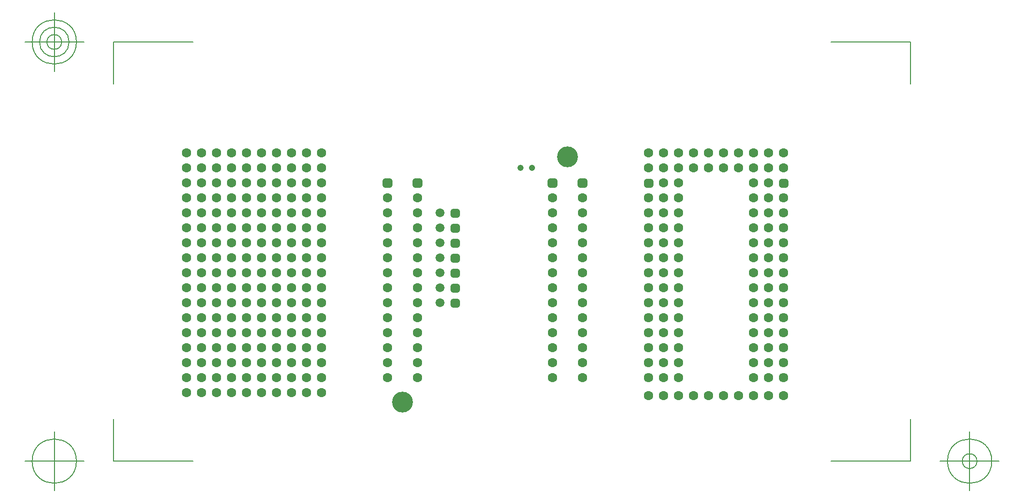
<source format=gbr>
G04 Generated by Ultiboard 11.0 *
%FSLAX25Y25*%
%MOIN*%

%ADD10C,0.00500*%
%ADD11R,0.02382X0.02382*%
%ADD12C,0.03917*%
%ADD13C,0.06299*%
%ADD14C,0.13920*%
%ADD15R,0.02500X0.02500*%
%ADD16C,0.03500*%
%ADD17C,0.06334*%
%ADD18R,0.02406X0.02406*%
%ADD19C,0.05906*%
%ADD20C,0.04156*%


G04 ColorRGB 9900CC for the following layer *
%LNSolder Mask Bottom*%
%LPD*%
%FSLAX25Y25*%
%MOIN*%
G54D10*
X-202756Y-185630D02*
X-202756Y-157657D01*
X-202756Y-185630D02*
X-149606Y-185630D01*
X328740Y-185630D02*
X275591Y-185630D01*
X328740Y-185630D02*
X328740Y-157657D01*
X328740Y94094D02*
X328740Y66122D01*
X328740Y94094D02*
X275591Y94094D01*
X-202756Y94094D02*
X-149606Y94094D01*
X-202756Y94094D02*
X-202756Y66122D01*
X-222441Y-185630D02*
X-261811Y-185630D01*
X-242126Y-205315D02*
X-242126Y-165945D01*
X-256890Y-185630D02*
G75*
D01*
G02X-256890Y-185630I14764J0*
G01*
X348425Y-185630D02*
X387795Y-185630D01*
X368110Y-205315D02*
X368110Y-165945D01*
X353346Y-185630D02*
G75*
D01*
G02X353346Y-185630I14764J0*
G01*
X363189Y-185630D02*
G75*
D01*
G02X363189Y-185630I4921J0*
G01*
X-222441Y94094D02*
X-261811Y94094D01*
X-242126Y74409D02*
X-242126Y113780D01*
X-256890Y94094D02*
G75*
D01*
G02X-256890Y94094I14764J0*
G01*
X-251969Y94094D02*
G75*
D01*
G02X-251969Y94094I9843J0*
G01*
X-247047Y94094D02*
G75*
D01*
G02X-247047Y94094I4921J0*
G01*
G54D11*
X0Y0D03*
X-20000Y0D03*
X110000Y0D03*
X90000Y0D03*
G54D12*
X-1191Y-1191D02*
X1191Y-1191D01*
X1191Y1191D01*
X-1191Y1191D01*
X-1191Y-1191D01*D02*
X-21191Y-1191D02*
X-18809Y-1191D01*
X-18809Y1191D01*
X-21191Y1191D01*
X-21191Y-1191D01*D02*
X108809Y-1191D02*
X111191Y-1191D01*
X111191Y1191D01*
X108809Y1191D01*
X108809Y-1191D01*D02*
X88809Y-1191D02*
X91191Y-1191D01*
X91191Y1191D01*
X88809Y1191D01*
X88809Y-1191D01*D02*
G54D13*
X0Y-130000D03*
X0Y-60000D03*
X0Y-110000D03*
X0Y-120000D03*
X0Y-100000D03*
X0Y-80000D03*
X0Y-90000D03*
X0Y-70000D03*
X0Y-30000D03*
X0Y-50000D03*
X0Y-40000D03*
X0Y-20000D03*
X0Y-10000D03*
X-94094Y0D03*
X-154094Y0D03*
X-124094Y0D03*
X-144094Y0D03*
X-134094Y0D03*
X-104094Y0D03*
X-114094Y0D03*
X-64094Y0D03*
X-74094Y0D03*
X-84094Y0D03*
X-124094Y-130000D03*
X-124094Y-140000D03*
X-124094Y-60000D03*
X-124094Y-110000D03*
X-124094Y-120000D03*
X-124094Y-100000D03*
X-124094Y-80000D03*
X-124094Y-90000D03*
X-124094Y-70000D03*
X-124094Y-30000D03*
X-124094Y-50000D03*
X-124094Y-40000D03*
X-124094Y-20000D03*
X-124094Y-10000D03*
X-154094Y-130000D03*
X-144094Y-130000D03*
X-134094Y-130000D03*
X-154094Y-140000D03*
X-144094Y-140000D03*
X-134094Y-140000D03*
X-134094Y-60000D03*
X-154094Y-60000D03*
X-144094Y-60000D03*
X-154094Y-110000D03*
X-154094Y-120000D03*
X-154094Y-100000D03*
X-154094Y-80000D03*
X-154094Y-90000D03*
X-154094Y-70000D03*
X-144094Y-120000D03*
X-144094Y-100000D03*
X-144094Y-110000D03*
X-134094Y-110000D03*
X-134094Y-120000D03*
X-134094Y-100000D03*
X-144094Y-90000D03*
X-144094Y-70000D03*
X-144094Y-80000D03*
X-134094Y-80000D03*
X-134094Y-90000D03*
X-134094Y-70000D03*
X-154094Y-30000D03*
X-154094Y-50000D03*
X-154094Y-40000D03*
X-154094Y-20000D03*
X-154094Y-10000D03*
X-134094Y-30000D03*
X-144094Y-30000D03*
X-144094Y-50000D03*
X-144094Y-40000D03*
X-134094Y-50000D03*
X-134094Y-40000D03*
X-144094Y-20000D03*
X-144094Y-10000D03*
X-134094Y-20000D03*
X-134094Y-10000D03*
X-64094Y-130000D03*
X-94094Y-130000D03*
X-104094Y-130000D03*
X-114094Y-130000D03*
X-74094Y-130000D03*
X-84094Y-130000D03*
X-64094Y-140000D03*
X-94094Y-140000D03*
X-114094Y-140000D03*
X-104094Y-140000D03*
X-84094Y-140000D03*
X-74094Y-140000D03*
X-64094Y-120000D03*
X-64094Y-50000D03*
X-64094Y-60000D03*
X-64094Y-110000D03*
X-64094Y-100000D03*
X-64094Y-80000D03*
X-64094Y-90000D03*
X-64094Y-70000D03*
X-64094Y-30000D03*
X-64094Y-40000D03*
X-64094Y-20000D03*
X-64094Y-10000D03*
X-94094Y-60000D03*
X-104094Y-60000D03*
X-114094Y-60000D03*
X-74094Y-60000D03*
X-84094Y-60000D03*
X-94094Y-110000D03*
X-94094Y-120000D03*
X-94094Y-100000D03*
X-94094Y-80000D03*
X-94094Y-90000D03*
X-94094Y-70000D03*
X-114094Y-120000D03*
X-114094Y-100000D03*
X-114094Y-110000D03*
X-104094Y-110000D03*
X-104094Y-120000D03*
X-104094Y-100000D03*
X-114094Y-90000D03*
X-114094Y-70000D03*
X-114094Y-80000D03*
X-104094Y-80000D03*
X-104094Y-90000D03*
X-104094Y-70000D03*
X-84094Y-110000D03*
X-84094Y-120000D03*
X-84094Y-100000D03*
X-74094Y-110000D03*
X-74094Y-120000D03*
X-74094Y-100000D03*
X-84094Y-80000D03*
X-84094Y-90000D03*
X-84094Y-70000D03*
X-74094Y-80000D03*
X-74094Y-90000D03*
X-74094Y-70000D03*
X-94094Y-30000D03*
X-94094Y-50000D03*
X-94094Y-40000D03*
X-94094Y-20000D03*
X-94094Y-10000D03*
X-104094Y-30000D03*
X-114094Y-30000D03*
X-114094Y-50000D03*
X-114094Y-40000D03*
X-104094Y-50000D03*
X-104094Y-40000D03*
X-114094Y-20000D03*
X-114094Y-10000D03*
X-104094Y-20000D03*
X-104094Y-10000D03*
X-74094Y-30000D03*
X-84094Y-30000D03*
X-84094Y-50000D03*
X-84094Y-40000D03*
X-74094Y-50000D03*
X-74094Y-40000D03*
X-84094Y-20000D03*
X-84094Y-10000D03*
X-74094Y-20000D03*
X-74094Y-10000D03*
X-124094Y10000D03*
X-124094Y20000D03*
X-154094Y10000D03*
X-154094Y20000D03*
X-144094Y10000D03*
X-144094Y20000D03*
X-134094Y10000D03*
X-134094Y20000D03*
X-64094Y10000D03*
X-64094Y20000D03*
X-94094Y10000D03*
X-94094Y20000D03*
X-114094Y10000D03*
X-114094Y20000D03*
X-104094Y10000D03*
X-104094Y20000D03*
X-84094Y10000D03*
X-84094Y20000D03*
X-74094Y10000D03*
X-74094Y20000D03*
X-20000Y-130000D03*
X-20000Y-60000D03*
X-20000Y-110000D03*
X-20000Y-120000D03*
X-20000Y-100000D03*
X-20000Y-80000D03*
X-20000Y-90000D03*
X-20000Y-70000D03*
X-20000Y-30000D03*
X-20000Y-50000D03*
X-20000Y-40000D03*
X-20000Y-20000D03*
X-20000Y-10000D03*
X174094Y0D03*
X164094Y0D03*
X174094Y-130000D03*
X164094Y-130000D03*
X174094Y-60000D03*
X164094Y-60000D03*
X174094Y-110000D03*
X174094Y-120000D03*
X174094Y-100000D03*
X164094Y-110000D03*
X164094Y-120000D03*
X164094Y-100000D03*
X174094Y-80000D03*
X174094Y-90000D03*
X174094Y-70000D03*
X164094Y-80000D03*
X164094Y-90000D03*
X164094Y-70000D03*
X174094Y-30000D03*
X164094Y-30000D03*
X174094Y-50000D03*
X174094Y-40000D03*
X164094Y-50000D03*
X164094Y-40000D03*
X174094Y-20000D03*
X174094Y-10000D03*
X164094Y-20000D03*
X164094Y-10000D03*
X110000Y-130000D03*
X110000Y-60000D03*
X110000Y-110000D03*
X110000Y-120000D03*
X110000Y-100000D03*
X110000Y-80000D03*
X110000Y-90000D03*
X110000Y-70000D03*
X110000Y-30000D03*
X110000Y-50000D03*
X110000Y-40000D03*
X110000Y-20000D03*
X110000Y-10000D03*
X224094Y0D03*
X234094Y0D03*
X224094Y-130000D03*
X234094Y-130000D03*
X234094Y-60000D03*
X224094Y-60000D03*
X224094Y-110000D03*
X224094Y-120000D03*
X224094Y-100000D03*
X224094Y-80000D03*
X224094Y-90000D03*
X224094Y-70000D03*
X234094Y-110000D03*
X234094Y-120000D03*
X234094Y-100000D03*
X234094Y-80000D03*
X234094Y-90000D03*
X234094Y-70000D03*
X224094Y-30000D03*
X224094Y-50000D03*
X224094Y-40000D03*
X224094Y-20000D03*
X224094Y-10000D03*
X234094Y-30000D03*
X234094Y-50000D03*
X234094Y-40000D03*
X234094Y-20000D03*
X234094Y-10000D03*
X90000Y-130000D03*
X90000Y-60000D03*
X90000Y-110000D03*
X90000Y-120000D03*
X90000Y-100000D03*
X90000Y-80000D03*
X90000Y-90000D03*
X90000Y-70000D03*
X90000Y-30000D03*
X90000Y-50000D03*
X90000Y-40000D03*
X90000Y-20000D03*
X90000Y-10000D03*
X154094Y-142000D03*
X174094Y-142000D03*
X164094Y-142000D03*
X184094Y-142000D03*
X224094Y-142000D03*
X204094Y-142000D03*
X194094Y-142000D03*
X214094Y-142000D03*
X234094Y-142000D03*
X244094Y-142000D03*
X154094Y10000D03*
X174094Y10000D03*
X164094Y10000D03*
X184094Y10000D03*
X224094Y10000D03*
X204094Y10000D03*
X194094Y10000D03*
X214094Y10000D03*
X234094Y10000D03*
X244094Y10000D03*
X154094Y20000D03*
X174094Y20000D03*
X164094Y20000D03*
X184094Y20000D03*
X224094Y20000D03*
X204094Y20000D03*
X194094Y20000D03*
X214094Y20000D03*
X234094Y20000D03*
X244094Y20000D03*
G54D14*
X-10000Y-146250D03*
X100000Y17500D03*
G54D15*
X244094Y0D03*
X154094Y0D03*
G54D16*
X242844Y-1250D02*
X245344Y-1250D01*
X245344Y1250D01*
X242844Y1250D01*
X242844Y-1250D01*D02*
X152844Y-1250D02*
X155344Y-1250D01*
X155344Y1250D01*
X152844Y1250D01*
X152844Y-1250D01*D02*
X23797Y-61203D02*
X26203Y-61203D01*
X26203Y-58797D01*
X23797Y-58797D01*
X23797Y-61203D01*D02*
X23797Y-81203D02*
X26203Y-81203D01*
X26203Y-78797D01*
X23797Y-78797D01*
X23797Y-81203D01*D02*
X23797Y-71203D02*
X26203Y-71203D01*
X26203Y-68797D01*
X23797Y-68797D01*
X23797Y-71203D01*D02*
X23797Y-31203D02*
X26203Y-31203D01*
X26203Y-28797D01*
X23797Y-28797D01*
X23797Y-31203D01*D02*
X23797Y-51203D02*
X26203Y-51203D01*
X26203Y-48797D01*
X23797Y-48797D01*
X23797Y-51203D01*D02*
X23797Y-41203D02*
X26203Y-41203D01*
X26203Y-38797D01*
X23797Y-38797D01*
X23797Y-41203D01*D02*
X23797Y-21203D02*
X26203Y-21203D01*
X26203Y-18797D01*
X23797Y-18797D01*
X23797Y-21203D01*D02*
G54D17*
X244094Y-130000D03*
X244094Y-60000D03*
X244094Y-110000D03*
X244094Y-120000D03*
X244094Y-100000D03*
X244094Y-80000D03*
X244094Y-90000D03*
X244094Y-70000D03*
X244094Y-30000D03*
X244094Y-50000D03*
X244094Y-40000D03*
X244094Y-20000D03*
X244094Y-10000D03*
X154094Y-130000D03*
X154094Y-60000D03*
X154094Y-70000D03*
X154094Y-80000D03*
X154094Y-120000D03*
X154094Y-100000D03*
X154094Y-90000D03*
X154094Y-110000D03*
X154094Y-20000D03*
X154094Y-10000D03*
X154094Y-40000D03*
X154094Y-30000D03*
X154094Y-50000D03*
G54D18*
X25000Y-60000D03*
X25000Y-80000D03*
X25000Y-70000D03*
X25000Y-30000D03*
X25000Y-50000D03*
X25000Y-40000D03*
X25000Y-20000D03*
G54D19*
X15000Y-60000D03*
X15000Y-80000D03*
X15000Y-70000D03*
X15000Y-30000D03*
X15000Y-50000D03*
X15000Y-40000D03*
X15000Y-20000D03*
G54D20*
X76437Y10000D03*
X68563Y10000D03*

M00*

</source>
